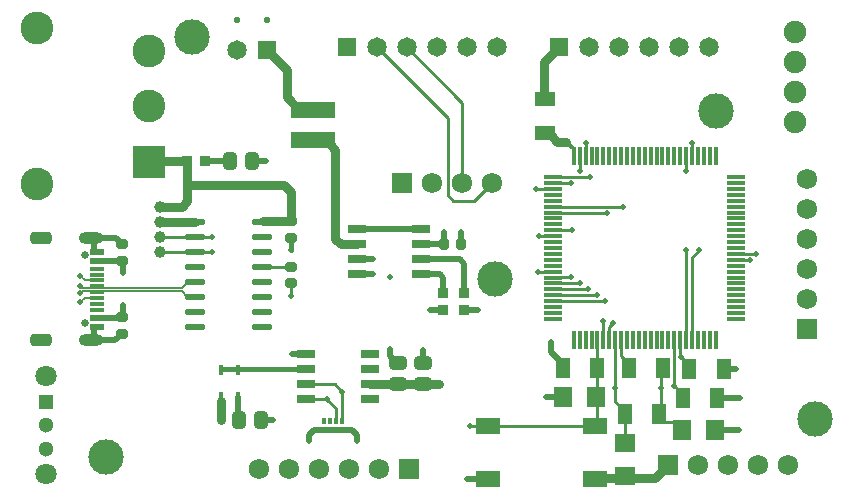
<source format=gtl>
%FSLAX24Y24*%
%MOIN*%
%SFA1B1*%

%IPPOS*%
%AMD24*
4,1,8,0.028500,-0.011300,0.028500,0.011300,0.017200,0.022600,-0.017200,0.022600,-0.028500,0.011300,-0.028500,-0.011300,-0.017200,-0.022600,0.017200,-0.022600,0.028500,-0.011300,0.0*
1,1,0.022638,0.017200,-0.011300*
1,1,0.022638,0.017200,0.011300*
1,1,0.022638,-0.017200,0.011300*
1,1,0.022638,-0.017200,-0.011300*
%
%AMD25*
4,1,8,0.011800,0.015700,-0.011800,0.015700,-0.019700,0.007900,-0.019700,-0.007900,-0.011800,-0.015700,0.011800,-0.015700,0.019700,-0.007900,0.019700,0.007900,0.011800,0.015700,0.0*
1,1,0.015748,0.011800,0.007900*
1,1,0.015748,-0.011800,0.007900*
1,1,0.015748,-0.011800,-0.007900*
1,1,0.015748,0.011800,-0.007900*
%
%AMD33*
4,1,8,-0.015700,0.011800,-0.015700,-0.011800,-0.007900,-0.019700,0.007900,-0.019700,0.015700,-0.011800,0.015700,0.011800,0.007900,0.019700,-0.007900,0.019700,-0.015700,0.011800,0.0*
1,1,0.015748,-0.007900,0.011800*
1,1,0.015748,-0.007900,-0.011800*
1,1,0.015748,0.007900,-0.011800*
1,1,0.015748,0.007900,0.011800*
%
%AMD39*
4,1,8,-0.011300,-0.028500,0.011300,-0.028500,0.022600,-0.017200,0.022600,0.017200,0.011300,0.028500,-0.011300,0.028500,-0.022600,0.017200,-0.022600,-0.017200,-0.011300,-0.028500,0.0*
1,1,0.022638,-0.011300,-0.017200*
1,1,0.022638,0.011300,-0.017200*
1,1,0.022638,0.011300,0.017200*
1,1,0.022638,-0.011300,0.017200*
%
%AMD93*
4,1,8,0.025600,0.019700,-0.025600,0.019700,-0.035400,0.009800,-0.035400,-0.009800,-0.025600,-0.019700,0.025600,-0.019700,0.035400,-0.009800,0.035400,0.009800,0.025600,0.019700,0.0*
1,1,0.019685,0.025600,0.009800*
1,1,0.019685,-0.025600,0.009800*
1,1,0.019685,-0.025600,-0.009800*
1,1,0.019685,0.025600,-0.009800*
%
%ADD11C,0.011811*%
%ADD15C,0.010000*%
%ADD20C,0.039370*%
%ADD21R,0.035433X0.037401*%
%ADD22R,0.037401X0.035433*%
%ADD23R,0.145669X0.055118*%
G04~CAMADD=24~8~0.0~0.0~452.8~570.9~113.2~0.0~15~0.0~0.0~0.0~0.0~0~0.0~0.0~0.0~0.0~0~0.0~0.0~0.0~270.0~570.0~452.0*
%ADD24D24*%
G04~CAMADD=25~8~0.0~0.0~393.7~315.0~78.7~0.0~15~0.0~0.0~0.0~0.0~0~0.0~0.0~0.0~0.0~0~0.0~0.0~0.0~0.0~393.7~315.0*
%ADD25D25*%
%ADD26R,0.045275X0.070866*%
%ADD27R,0.082677X0.055118*%
%ADD28R,0.059055X0.011811*%
%ADD29R,0.011811X0.059055*%
%ADD30R,0.045275X0.023622*%
%ADD31R,0.045275X0.011811*%
%ADD32R,0.070866X0.045275*%
G04~CAMADD=33~8~0.0~0.0~393.7~315.0~78.7~0.0~15~0.0~0.0~0.0~0.0~0~0.0~0.0~0.0~0.0~0~0.0~0.0~0.0~90.0~316.0~393.0*
%ADD33D33*%
%ADD34R,0.062992X0.070866*%
%ADD35R,0.070866X0.062992*%
%ADD36R,0.016535X0.032283*%
%ADD37O,0.068701X0.022047*%
%ADD38R,0.060039X0.025591*%
G04~CAMADD=39~8~0.0~0.0~452.8~570.9~113.2~0.0~15~0.0~0.0~0.0~0.0~0~0.0~0.0~0.0~0.0~0~0.0~0.0~0.0~180.0~452.0~570.0*
%ADD39D39*%
%ADD40R,0.013780X0.019685*%
%ADD78C,0.031496*%
%ADD79C,0.020000*%
%ADD80C,0.007000*%
%ADD81C,0.027559*%
%ADD82C,0.018000*%
%ADD83C,0.019000*%
%ADD84C,0.118110*%
%ADD85C,0.067913*%
%ADD86R,0.067913X0.067913*%
%ADD87C,0.109252*%
%ADD88R,0.109252X0.109252*%
%ADD89C,0.070866*%
%ADD90C,0.051181*%
%ADD91R,0.051181X0.051181*%
%ADD92C,0.074803*%
G04~CAMADD=93~8~0.0~0.0~708.7~393.7~98.4~0.0~15~0.0~0.0~0.0~0.0~0~0.0~0.0~0.0~0.0~0~0.0~0.0~0.0~0.0~708.7~393.7*
%ADD93D93*%
%ADD94O,0.082677X0.039370*%
%ADD95C,0.025591*%
%ADD96C,0.064960*%
%ADD97R,0.064960X0.064960*%
%ADD98R,0.067913X0.067913*%
%ADD99C,0.021654*%
%ADD100C,0.019685*%
%LNpeoplecounter-1*%
%LPD*%
G54D11*
X18349Y11606D02*
X18597Y11357D01*
G54D15*
X10380Y3010D02*
Y3020D01*
Y3010D02*
X10668Y2721D01*
Y2317D02*
Y2721D01*
X9672Y3020D02*
X10406D01*
X19778Y5443D02*
X19890Y5555D01*
X19778Y5018D02*
Y5443D01*
X19890Y5555D02*
Y5560D01*
X21430Y2446D02*
Y2520D01*
X22208Y2000D02*
Y2005D01*
X21430Y2446D02*
X21607Y2270D01*
X21943D02*
X22208Y2005D01*
X21607Y2270D02*
X21943D01*
X8219Y7447D02*
X9167D01*
X5955Y8450D02*
X5960Y8445D01*
X6535D02*
X6540Y8440D01*
X5960Y8445D02*
X6535D01*
X5955Y7950D02*
X6540D01*
X17907Y10036D02*
X17908Y10038D01*
X17350Y10035D02*
X17351Y10036D01*
X17907*
X4810Y7930D02*
X4820Y7940D01*
X5945D02*
X5955Y7950D01*
X4820Y7940D02*
X5945D01*
X4816Y8443D02*
X5949D01*
X5955Y8450*
X4810Y8436D02*
X4816Y8443D01*
X10630Y3520D02*
X10865Y3284D01*
X14879Y10236D02*
Y12907D01*
X13023Y14763D02*
X14879Y12907D01*
X14390Y9830D02*
Y12397D01*
X12023Y14763D02*
X14390Y12397D01*
X21510Y3416D02*
Y4019D01*
Y2599D02*
Y3416D01*
X19975D02*
Y5018D01*
Y2945D02*
Y3416D01*
X21430Y2520D02*
X21510Y2599D01*
Y4019D02*
X21570Y4080D01*
X20289Y2520D02*
Y2647D01*
X20096Y2824D02*
X20112D01*
X20289Y2647*
X19975Y2945D02*
X20096Y2824D01*
X19581Y5019D02*
Y5638D01*
Y5019D02*
X19582Y5018D01*
X19580Y5640D02*
X19581Y5638D01*
X24011Y7873D02*
X24016Y7878D01*
X24671*
X24680Y7870*
X22337Y11121D02*
X22338Y11120D01*
Y10651D02*
Y11120D01*
Y10651D02*
X22340Y10650D01*
X18794Y11121D02*
X18797Y11118D01*
Y10652D02*
Y11118D01*
Y10652D02*
X18800Y10650D01*
X17908Y10432D02*
X19127D01*
X17431Y8461D02*
X17906D01*
X17430Y8460D02*
X17431Y8461D01*
X17906D02*
X17908Y8463D01*
Y6298D02*
X19618D01*
X19620Y6300*
X22537Y11123D02*
Y11577D01*
X22540Y11580*
X22534Y11121D02*
X22537Y11123D01*
X17908Y8660D02*
X17909Y8660D01*
X18519*
X18520Y8660*
X24013Y7678D02*
X24468D01*
X24011Y7676D02*
X24013Y7678D01*
X24468D02*
X24470Y7680D01*
X18990Y11121D02*
X18991Y11121D01*
X18990Y11121D02*
Y11559D01*
X18990Y11560D02*
X18990Y11559D01*
X18597Y11121D02*
Y11357D01*
X22173Y4443D02*
X22449Y4167D01*
X22141Y4475D02*
X22173Y4443D01*
X22141Y4475D02*
Y5018D01*
X22449Y4040D02*
Y4167D01*
X21944Y3462D02*
X22219Y3187D01*
X21944Y3462D02*
Y5018D01*
X22219Y3060D02*
Y3187D01*
X20289Y1602D02*
X20310Y1581D01*
X20289Y1602D02*
Y2520D01*
X20172Y4464D02*
X20429Y4207D01*
X20172Y4464D02*
Y5018D01*
X20429Y4080D02*
Y4207D01*
X22534Y7744D02*
X22780Y7990D01*
X22534Y5018D02*
Y7744D01*
X22337Y5018D02*
Y7997D01*
X22340Y8000*
X17909Y10234D02*
X18509D01*
X18510Y10233*
X19127Y10432D02*
X19130Y10430D01*
X17908Y10235D02*
X17909Y10234D01*
X17909Y9250D02*
X19689D01*
X17908Y9251D02*
X17909Y9250D01*
X19689D02*
X19690Y9250D01*
X17909Y9448D02*
X20218D01*
X17908Y9447D02*
X17909Y9448D01*
X20218D02*
X20220Y9450D01*
X17908Y6495D02*
X17911Y6497D01*
X19357*
X19360Y6500*
X17908Y6692D02*
X19062D01*
X19070Y6700*
X18808Y6889D02*
X18810Y6890D01*
X17909Y6889D02*
X18808D01*
X17908Y6888D02*
X17909Y6889D01*
X19360Y2195D02*
Y4070D01*
X19385Y4094*
Y5018*
X19311Y2145D02*
X19360Y2195D01*
X15728Y2145D02*
X19311D01*
X15724Y2150D02*
X15728Y2145D01*
X15150Y2150D02*
X15724D01*
X9165Y6889D02*
X9170Y6894D01*
X9165Y6475D02*
Y6889D01*
X9160Y6470D02*
X9165Y6475D01*
X17910Y7087D02*
X18507D01*
X18510Y7090*
X17908Y7085D02*
X17910Y7087D01*
X17907Y7281D02*
X17908Y7282D01*
X17391Y7281D02*
X17907D01*
X17390Y7280D02*
X17391Y7281D01*
X10865Y2317D02*
Y3284D01*
X9672Y3520D02*
X10630D01*
X14390Y9830D02*
X14580Y9640D01*
X15283*
X15879Y10236*
G54D20*
X4810Y9450D03*
Y8943D03*
Y8436D03*
Y7930D03*
G54D21*
X6305Y10960D03*
X5714D03*
G54D22*
X14950Y5994D03*
Y6585D03*
X14240Y5994D03*
Y6585D03*
G54D23*
X9890Y12681D03*
Y11658D03*
G54D24*
X12740Y4234D03*
Y3525D03*
X13570Y4234D03*
Y3525D03*
G54D25*
X9160Y8404D03*
Y8955D03*
X3543Y7644D03*
Y8195D03*
Y5755D03*
Y5204D03*
X9170Y7445D03*
Y6894D03*
G54D26*
X21430Y2520D03*
X20289D03*
X22449Y4040D03*
X23590D03*
X22219Y3060D03*
X23360D03*
X18219Y4070D03*
X19360D03*
X20429Y4080D03*
X21570D03*
G54D27*
X19311Y374D03*
X15728D03*
X19311Y2145D03*
X15728D03*
G54D28*
X17908Y10432D03*
Y10235D03*
Y10038D03*
Y9841D03*
Y9644D03*
Y9447D03*
Y9251D03*
Y9054D03*
Y8857D03*
Y8660D03*
Y8463D03*
Y8266D03*
Y8070D03*
Y7873D03*
Y7676D03*
Y7479D03*
Y7282D03*
Y7085D03*
Y6888D03*
Y6692D03*
Y6495D03*
Y6298D03*
Y6101D03*
Y5904D03*
Y5707D03*
X24011D03*
Y5904D03*
Y6101D03*
Y6298D03*
Y6495D03*
Y6692D03*
Y6888D03*
Y7085D03*
Y7282D03*
Y7479D03*
Y7676D03*
Y7873D03*
Y8070D03*
Y8266D03*
Y8463D03*
Y8660D03*
Y8857D03*
Y9054D03*
Y9251D03*
Y9447D03*
Y9644D03*
Y9841D03*
Y10038D03*
Y10235D03*
Y10432D03*
G54D29*
X18597Y5018D03*
X18794D03*
X18991D03*
X19188D03*
X19385D03*
X19582D03*
X19778D03*
X19975D03*
X20172D03*
X20369D03*
X20566D03*
X20763D03*
X20960D03*
X21156D03*
X21353D03*
X21550D03*
X21747D03*
X21944D03*
X22141D03*
X22337D03*
X22534D03*
X22731D03*
X22928D03*
X23125D03*
X23322D03*
Y11121D03*
X23125D03*
X22928D03*
X22731D03*
X22534D03*
X22337D03*
X22141D03*
X21944D03*
X21747D03*
X21550D03*
X21353D03*
X21156D03*
X20960D03*
X20763D03*
X20566D03*
X20369D03*
X20172D03*
X19975D03*
X19778D03*
X19582D03*
X19385D03*
X19188D03*
X18991D03*
X18794D03*
X18597D03*
G54D30*
X2717Y7952D03*
Y5433D03*
Y7637D03*
Y5748D03*
G54D31*
X2717Y6594D03*
Y6791D03*
Y6397D03*
Y6200D03*
Y6003D03*
Y6988D03*
Y7185D03*
Y7381D03*
G54D32*
X17630Y11889D03*
Y13030D03*
G54D33*
X14835Y8190D03*
X14284D03*
G54D34*
X23311Y2000D03*
X22208D03*
X18228Y3100D03*
X19331D03*
G54D35*
X20310Y478D03*
Y1581D03*
G54D36*
X6850Y3992D03*
Y3087D03*
X7410Y3992D03*
Y3087D03*
G54D37*
X8217Y5450D03*
Y5950D03*
Y6450D03*
Y6950D03*
Y7450D03*
Y7950D03*
Y8450D03*
Y8950D03*
X5955Y5450D03*
Y5950D03*
Y6450D03*
Y6950D03*
Y7450D03*
Y7950D03*
Y8450D03*
Y8950D03*
G54D38*
X9672Y3020D03*
Y3520D03*
Y4020D03*
Y4520D03*
X11807D03*
Y4020D03*
Y3520D03*
Y3020D03*
X11362Y7190D03*
Y7690D03*
Y8190D03*
Y8690D03*
X13497D03*
Y8190D03*
Y7690D03*
Y7190D03*
G54D39*
X7145Y10960D03*
X7854D03*
X7445Y2320D03*
X8154D03*
G54D40*
X10274Y2002D03*
Y2317D03*
X10471Y2002D03*
Y2317D03*
X10668Y2002D03*
Y2317D03*
X10865Y2002D03*
Y2317D03*
G54D78*
X17787Y11820D02*
X17829D01*
X18040Y11610D02*
X18350D01*
X17829Y11820D02*
X18040Y11610D01*
X17748Y11859D02*
X17787Y11820D01*
X17600Y13060D02*
Y14253D01*
Y13060D02*
X17630Y13030D01*
X10650Y8374D02*
Y11330D01*
X10834Y8190D02*
X11362D01*
X10460Y11519D02*
X10650Y11330D01*
Y8374D02*
X10834Y8190D01*
X10460Y11519D02*
Y11540D01*
X10342Y11658D02*
X10460Y11540D01*
X9890Y11658D02*
X10342D01*
X9020Y13099D02*
Y14011D01*
Y13099D02*
X9437Y12681D01*
X9890*
X19311Y374D02*
X19337Y400D01*
X20231D02*
X20310Y478D01*
X19337Y400D02*
X20231D01*
X20310Y478D02*
X20388Y400D01*
X21300D02*
X21740Y840D01*
X20388Y400D02*
X21300D01*
X5714Y10180D02*
X8920D01*
X9160Y9940*
Y8955D02*
Y9940D01*
X5714Y10180D02*
Y10960D01*
Y9634D02*
Y10180D01*
X5530Y9450D02*
X5714Y9634D01*
X4810Y9450D02*
X5530D01*
X4444Y10944D02*
X4460Y10960D01*
X5714*
X13570Y3525D02*
X13574Y3530D01*
X14110*
X12740Y3525D02*
X13570D01*
X6850Y2350D02*
Y2967D01*
X8374Y14657D02*
X9020Y14011D01*
X4813Y8946D02*
X5952D01*
X5955Y8950*
X4810Y8943D02*
X4813Y8946D01*
X17600Y14253D02*
X17942Y14596D01*
X18110Y14763D02*
D01*
X17942Y14596D02*
D01*
X18110Y14763*
X8223Y8955D02*
X9160D01*
X11810Y3522D02*
X12737D01*
X11807Y3520D02*
X11810Y3522D01*
X12737D02*
X12740Y3525D01*
G54D79*
X12460Y4462D02*
X12688Y4234D01*
X12460Y4462D02*
Y4700D01*
X13570Y4680D02*
D01*
Y4234D02*
Y4680D01*
X9190Y4520D02*
X9672D01*
X12688Y4234D02*
X12740D01*
X10274Y2002D02*
X10471D01*
X9922D02*
X10274D01*
X17820Y4597D02*
X18219Y4197D01*
X17820Y4597D02*
Y4940D01*
X8154Y2320D02*
X8580D01*
X14830Y8600D02*
X14835Y8594D01*
Y8190D02*
Y8594D01*
X15408Y5994D02*
X15409Y5995D01*
X14950Y5994D02*
X15408D01*
X13790Y5995D02*
X13791Y5994D01*
X14240*
X11810Y8690D02*
X13497D01*
X11362D02*
X11810D01*
X11362Y7190D02*
X11900D01*
X11362Y7690D02*
X11900D01*
X9760Y1840D02*
X9922Y2002D01*
X9760Y1630D02*
Y1840D01*
X14284Y8190D02*
Y8604D01*
X7410Y2355D02*
X7445Y2320D01*
X7410Y2355D02*
Y3087D01*
X3543Y8195D02*
X3562D01*
X3523D02*
X3543D01*
X3562Y5755D02*
Y6170D01*
Y7230D02*
Y7644D01*
X2683Y7641D02*
X3559D01*
X2514Y4992D02*
X2604Y5081D01*
Y5414D02*
X2622Y5433D01*
X2680*
X2567Y4992D02*
X3311D01*
X2491D02*
X2514D01*
X2604Y5081D02*
Y5414D01*
Y7970D02*
Y8304D01*
X2491Y8393D02*
X2514D01*
X2567D02*
X3325D01*
X2622Y7952D02*
X2680D01*
X2604Y7970D02*
X2622Y7952D01*
X2514Y8393D02*
X2604Y8304D01*
X3559Y7641D02*
X3562Y7644D01*
X2680Y7637D02*
X2683Y7641D01*
X3559Y5751D02*
X3562Y5755D01*
X2680Y5748D02*
X2684Y5751D01*
X3559*
X3523Y5204D02*
X3562D01*
X3311Y4992D02*
X3523Y5204D01*
X3325Y8393D02*
X3523Y8195D01*
X23590Y4040D02*
X23600Y4050D01*
X24010*
X24110Y3060D02*
X24120Y3070D01*
X23360Y3060D02*
X24110D01*
X11380Y1630D02*
Y1820D01*
X11197Y2002D02*
X11380Y1820D01*
X10865Y2002D02*
X11197D01*
X10668D02*
X10865D01*
X10471D02*
X10668D01*
X18219Y4070D02*
Y4197D01*
X17680Y3100D02*
X18228D01*
X23311Y2000D02*
X24100D01*
X15040Y370D02*
X15044Y374D01*
X15728*
X14950Y6585D02*
Y7550D01*
X14810Y7690D02*
X14950Y7550D01*
X13497Y7690D02*
X14810D01*
X14250Y6595D02*
Y7072D01*
X13497Y7190D02*
X14132D01*
X14240Y6585D02*
X14250Y6595D01*
X14132Y7190D02*
X14250Y7072D01*
X6308Y10957D02*
X7187D01*
X13497Y8190D02*
X14284D01*
G54D80*
X2213Y6632D02*
X5527D01*
X2149Y6569D02*
X2213Y6632D01*
Y6752D02*
X5532D01*
X2149Y6816D02*
X2213Y6752D01*
X5730Y6950D02*
X5955D01*
X5532Y6752D02*
X5730Y6950D01*
X5527Y6632D02*
X5710Y6450D01*
X5955*
X2149Y6260D02*
X2287Y6397D01*
X2717*
X2149Y7125D02*
X2287Y6988D01*
X2717*
G54D81*
X9167Y7447D02*
X9170Y7445D01*
G54D82*
X6857Y4020D02*
X9672D01*
X6850Y4012D02*
X6857Y4020D01*
X6850Y3992D02*
Y4012D01*
X9160Y8000D02*
Y8404D01*
G54D83*
X7854Y10960D02*
X8340D01*
G54D84*
X15980Y7050D03*
X23350Y12640D03*
X26630Y2360D03*
X5860Y15090D03*
X2990Y1110D03*
G54D85*
X9090Y690D03*
X10090D03*
X11090D03*
X12090D03*
X8090D03*
X15879Y10236D03*
X14879D03*
X13879D03*
X26377Y9374D03*
Y8374D03*
Y7374D03*
Y6374D03*
Y10374D03*
X25740Y840D03*
X24740D03*
X23740D03*
X22740D03*
G54D86*
X13090Y690D03*
X12879Y10236D03*
X21740Y840D03*
G54D87*
X692Y15393D03*
Y10196D03*
X4444Y14645D03*
Y12795D03*
G54D88*
X4444Y10944D03*
G54D89*
X994Y531D03*
Y3799D03*
G54D90*
X994Y1377D03*
Y2165D03*
G54D91*
X994Y2952D03*
G54D92*
X25984Y12279D03*
Y13279D03*
Y14279D03*
Y15279D03*
G54D93*
X845Y8393D03*
Y4992D03*
G54D94*
X2491Y8393D03*
Y4992D03*
G54D95*
X2294Y5555D03*
Y7830D03*
G54D96*
X16023Y14763D03*
X15023D03*
X14023D03*
X13023D03*
X12023D03*
X23110D03*
X22110D03*
X21110D03*
X20110D03*
X19110D03*
X7374Y14657D03*
G54D97*
X11023Y14763D03*
X18110D03*
X8374Y14657D03*
G54D98*
X26377Y5374D03*
G54D99*
X7374Y15657D03*
X8374D03*
G54D100*
X10380Y3020D03*
X19890Y5560D03*
X12460Y4700D03*
X13570Y4680D03*
X9190Y4520D03*
X14110Y3530D03*
X17820Y4940D03*
X8580Y2320D03*
X6850Y2350D03*
X5403Y8946D03*
X6540Y8440D03*
Y7950D03*
X17350Y10035D03*
X14830Y8600D03*
X15409Y5995D03*
X13790Y5995D03*
X11900Y7190D03*
Y7690D03*
X12470Y7100D03*
X10865Y3284D03*
X9760Y1630D03*
X14284Y8604D03*
X8340Y10960D03*
X21510Y3416D03*
X19975D03*
X3562Y6170D03*
Y7230D03*
X2149Y6816D03*
Y6260D03*
Y7125D03*
Y6569D03*
X24010Y4050D03*
X24120Y3070D03*
X11380Y1630D03*
X24680Y7870D03*
X22340Y10650D03*
X18800D03*
X17430Y8460D03*
X17680Y3100D03*
X24100Y2000D03*
X15040Y370D03*
X19620Y6300D03*
X18350Y11610D03*
X22540Y11580D03*
X18520Y8660D03*
X19580Y5640D03*
X24470Y7680D03*
X18990Y11560D03*
X22173Y4443D03*
X21944Y3462D03*
X22780Y7990D03*
X22340Y8000D03*
X19130Y10430D03*
X18510Y10233D03*
X19690Y9250D03*
X20220Y9450D03*
X19360Y6500D03*
X19070Y6700D03*
X18810Y6890D03*
X15150Y2150D03*
X9160Y6470D03*
X11810Y8690D03*
X18510Y7090D03*
X17390Y7280D03*
X9160Y8000D03*
M02*
</source>
